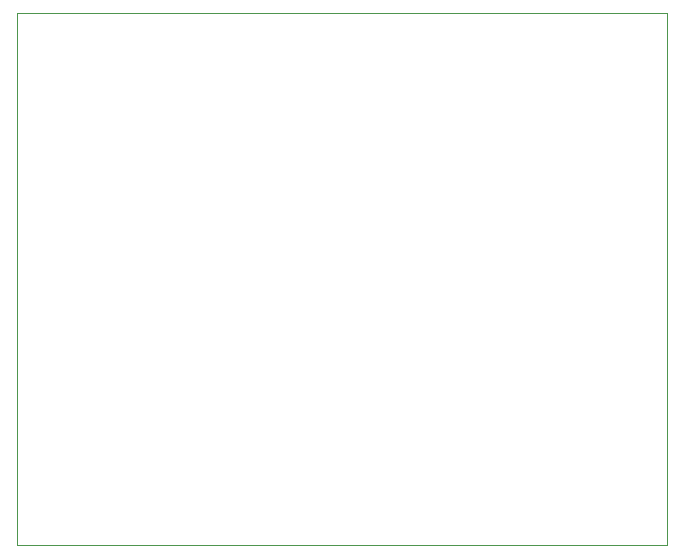
<source format=gbr>
G04 #@! TF.GenerationSoftware,KiCad,Pcbnew,(5.0.1)-3*
G04 #@! TF.CreationDate,2019-05-17T14:34:40+10:00*
G04 #@! TF.ProjectId,UVTV,555654562E6B696361645F7063620000,1*
G04 #@! TF.SameCoordinates,PX30291a0PY5aa5910*
G04 #@! TF.FileFunction,Profile,NP*
%FSLAX46Y46*%
G04 Gerber Fmt 4.6, Leading zero omitted, Abs format (unit mm)*
G04 Created by KiCad (PCBNEW (5.0.1)-3) date 2019-05-17 2:34:40 PM*
%MOMM*%
%LPD*%
G01*
G04 APERTURE LIST*
%ADD10C,0.050000*%
G04 APERTURE END LIST*
D10*
X0Y45050000D02*
X55080000Y45050000D01*
X0Y0D02*
X55080000Y0D01*
X55080000Y0D02*
X55080000Y45050000D01*
X0Y0D02*
X0Y45050000D01*
M02*

</source>
